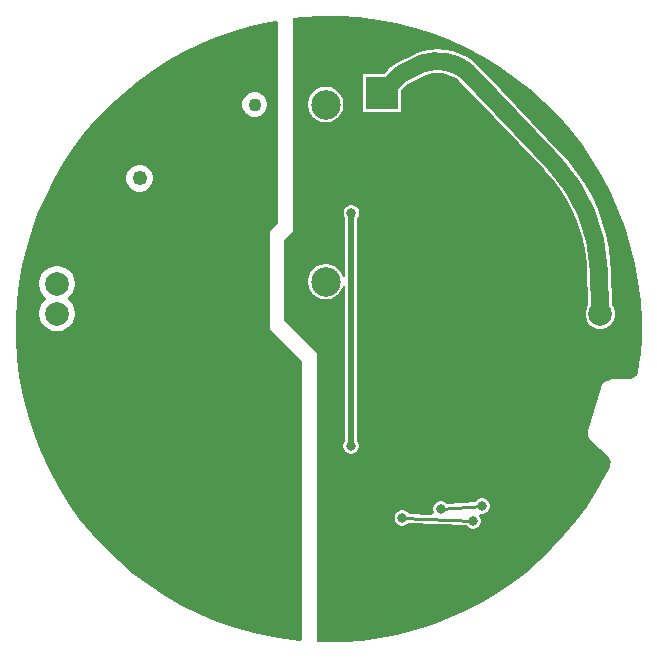
<source format=gbl>
G04*
G04 #@! TF.GenerationSoftware,Altium Limited,Altium Designer,24.6.1 (21)*
G04*
G04 Layer_Physical_Order=2*
G04 Layer_Color=16711680*
%FSLAX44Y44*%
%MOMM*%
G71*
G04*
G04 #@! TF.SameCoordinates,3543CAA1-DD97-48C0-8C70-DC48A9E16949*
G04*
G04*
G04 #@! TF.FilePolarity,Positive*
G04*
G01*
G75*
%ADD14C,0.2500*%
%ADD50C,1.2500*%
%ADD51R,1.2500X1.2500*%
%ADD57C,1.5000*%
%ADD58C,0.5000*%
%ADD59C,2.0000*%
%ADD60C,2.5000*%
%ADD61C,1.1000*%
%ADD62C,5.0000*%
%ADD63R,2.7000X2.7000*%
%ADD64C,2.7000*%
%ADD65C,0.8000*%
G36*
X9815Y264920D02*
X25736Y263860D01*
X41564Y261843D01*
X57242Y258877D01*
X72714Y254973D01*
X87922Y250145D01*
X102812Y244410D01*
X117330Y237789D01*
X131423Y230306D01*
X145039Y221989D01*
X158131Y212867D01*
X170650Y202973D01*
X182550Y192344D01*
X193789Y181018D01*
X204326Y169036D01*
X214123Y156441D01*
X223144Y143280D01*
X231356Y129599D01*
X238729Y115449D01*
X245238Y100880D01*
X250858Y85947D01*
X255569Y70701D01*
X259353Y55201D01*
X262198Y39500D01*
X264093Y23657D01*
X265030Y7728D01*
X265018Y-250D01*
X265018Y-250D01*
X265020Y-7865D01*
X264185Y-22463D01*
X263874Y-24401D01*
X263874Y-24402D01*
X262329Y-35852D01*
X262243Y-36492D01*
X261962Y-37352D01*
X261120Y-38627D01*
X259923Y-40071D01*
X259923D01*
X259923Y-40071D01*
X258082Y-41474D01*
X255059Y-42473D01*
X243462Y-42378D01*
X240058Y-42476D01*
X237812Y-42817D01*
X235750Y-43745D01*
X234064Y-44788D01*
X232652Y-46186D01*
X231438Y-47836D01*
X230527Y-49855D01*
X219609Y-86666D01*
X219489Y-89652D01*
X220233Y-92578D01*
X221838Y-95182D01*
X236592Y-107979D01*
X237556Y-109431D01*
X238280Y-111131D01*
X238682Y-112965D01*
X238470Y-115277D01*
X237915Y-116622D01*
X237915Y-116623D01*
X237234Y-118442D01*
X234166Y-124642D01*
X226639Y-137882D01*
X218364Y-150668D01*
X209368Y-162957D01*
X199681Y-174709D01*
X189335Y-185885D01*
X178364Y-196449D01*
X166805Y-206364D01*
X154695Y-215600D01*
X142074Y-224125D01*
X128985Y-231910D01*
X115470Y-238931D01*
X101574Y-245164D01*
X87343Y-250588D01*
X72824Y-255186D01*
X58065Y-258943D01*
X43114Y-261845D01*
X28021Y-263884D01*
X12836Y-265052D01*
X-2391Y-265347D01*
X-10000Y-265056D01*
X-10000Y-20000D01*
X-37500Y7500D01*
Y75000D01*
X-30000Y82500D01*
Y263250D01*
X-30000Y263250D01*
X-22074Y264159D01*
X-6141Y265020D01*
X9815Y264920D01*
D02*
G37*
G36*
X-42500Y259777D02*
X-42500Y90000D01*
X-50000Y82500D01*
Y0D01*
X-22499Y-27501D01*
Y-262280D01*
X-24499Y-264114D01*
X-30676Y-263580D01*
X-46912Y-261156D01*
X-62966Y-257735D01*
X-78778Y-253327D01*
X-94288Y-247951D01*
X-109436Y-241626D01*
X-124164Y-234377D01*
X-138415Y-226232D01*
X-152136Y-217222D01*
X-165275Y-207382D01*
X-177780Y-196748D01*
X-189603Y-185361D01*
X-200701Y-173266D01*
X-211030Y-160508D01*
X-220550Y-147135D01*
X-229226Y-133201D01*
X-237024Y-118756D01*
X-243915Y-103857D01*
X-249872Y-88561D01*
X-254872Y-72926D01*
X-258896Y-57012D01*
X-261929Y-40880D01*
X-263959Y-24591D01*
X-264979Y-8207D01*
X-264982Y0D01*
X-264966Y7778D01*
X-264024Y23304D01*
X-262174Y38749D01*
X-259423Y54059D01*
X-255780Y69181D01*
X-251257Y84064D01*
X-245870Y98657D01*
X-239638Y112909D01*
X-232581Y126771D01*
X-224724Y140197D01*
X-216095Y153139D01*
X-206723Y165553D01*
X-196639Y177397D01*
X-185879Y188630D01*
X-174479Y199214D01*
X-162479Y209111D01*
X-149920Y218289D01*
X-136845Y226715D01*
X-123298Y234361D01*
X-109327Y241201D01*
X-94980Y247210D01*
X-80305Y252368D01*
X-65353Y256658D01*
X-50175Y260065D01*
X-44024Y261072D01*
X-42500Y259777D01*
D02*
G37*
%LPC*%
G36*
X92148Y236867D02*
X85599Y236438D01*
X79163Y235157D01*
X77851Y234712D01*
X77582Y234677D01*
X77185Y234512D01*
X75423Y233938D01*
X75074Y233832D01*
X74036Y233277D01*
X73617Y233135D01*
X58097Y225476D01*
X57483Y225065D01*
X55230Y223861D01*
X51424Y220737D01*
X51424Y220737D01*
X50034Y219298D01*
X46736Y216000D01*
X29000D01*
Y184000D01*
X61000D01*
Y201736D01*
X65712Y206448D01*
Y206448D01*
X67273Y207509D01*
X82545Y215046D01*
X82754Y215185D01*
X82803Y215192D01*
X83219Y215300D01*
X85117Y215795D01*
X87450Y216355D01*
X92148Y216725D01*
X96846Y216355D01*
X101428Y215255D01*
X105782Y213452D01*
X109346Y211268D01*
X109362Y211191D01*
Y211191D01*
X110775Y209898D01*
X118561Y201716D01*
X182012Y135044D01*
X183378Y133583D01*
X184719Y132119D01*
X188806Y127659D01*
X195635Y118759D01*
X201662Y109298D01*
X206842Y99348D01*
X211135Y88984D01*
X214509Y78285D01*
X216937Y67333D01*
X218401Y56211D01*
X218703Y49280D01*
X218703Y49280D01*
X218703D01*
X218738Y49244D01*
X219714Y19885D01*
X218352Y17525D01*
X217500Y14346D01*
Y11054D01*
X218352Y7875D01*
X219998Y5025D01*
X222325Y2697D01*
X225175Y1052D01*
X228354Y200D01*
X231646D01*
X234825Y1052D01*
X237675Y2697D01*
X240002Y5025D01*
X241648Y7875D01*
X242500Y11054D01*
Y14346D01*
X241648Y17525D01*
X240002Y20375D01*
X239877Y20500D01*
X238900Y49914D01*
X238899Y49916D01*
X238900Y49919D01*
X238899Y49957D01*
X238789Y50616D01*
X238551Y56671D01*
X237178Y68267D01*
X234900Y79719D01*
X231731Y90957D01*
X227690Y101912D01*
X222801Y112516D01*
X217096Y122704D01*
X210609Y132412D01*
X203380Y141582D01*
X198363Y147008D01*
X198006Y147499D01*
X197984Y147523D01*
X197982Y147524D01*
X197981Y147526D01*
X133174Y215623D01*
X133174Y215623D01*
X124723Y224503D01*
X124652Y224561D01*
X124315Y224972D01*
X121006Y227687D01*
X121006Y227687D01*
X120244Y228198D01*
X120103Y228257D01*
X119347Y228734D01*
X117235Y230145D01*
X111349Y233048D01*
X105134Y235157D01*
X98697Y236438D01*
X92148Y236867D01*
D02*
G37*
G36*
X-1023Y205000D02*
X-3977D01*
X-6875Y204424D01*
X-9605Y203293D01*
X-12062Y201651D01*
X-14151Y199562D01*
X-15793Y197105D01*
X-16924Y194375D01*
X-17500Y191477D01*
Y188523D01*
X-16924Y185625D01*
X-15793Y182895D01*
X-14151Y180438D01*
X-12062Y178349D01*
X-9605Y176707D01*
X-6875Y175576D01*
X-3977Y175000D01*
X-1023D01*
X1875Y175576D01*
X4605Y176707D01*
X7062Y178349D01*
X9151Y180438D01*
X10793Y182895D01*
X11924Y185625D01*
X12500Y188523D01*
Y191477D01*
X11924Y194375D01*
X10793Y197105D01*
X9151Y199562D01*
X7062Y201651D01*
X4605Y203293D01*
X1875Y204424D01*
X-1023Y205000D01*
D02*
G37*
G36*
X20106Y104750D02*
X18394D01*
X16741Y104307D01*
X15259Y103451D01*
X14049Y102241D01*
X13193Y100759D01*
X12750Y99106D01*
Y97394D01*
X13193Y95741D01*
X14049Y94259D01*
X14124Y94184D01*
X14146Y93827D01*
X14083Y43771D01*
X12083Y43575D01*
X11924Y44375D01*
X10793Y47105D01*
X9151Y49562D01*
X7062Y51651D01*
X4605Y53293D01*
X1875Y54423D01*
X-1023Y55000D01*
X-3977D01*
X-6875Y54423D01*
X-9605Y53293D01*
X-12062Y51651D01*
X-14151Y49562D01*
X-15793Y47105D01*
X-16924Y44375D01*
X-17500Y41477D01*
Y38523D01*
X-16924Y35625D01*
X-15793Y32895D01*
X-14151Y30438D01*
X-12062Y28349D01*
X-9605Y26707D01*
X-6875Y25577D01*
X-3977Y25000D01*
X-1023D01*
X1875Y25577D01*
X4605Y26707D01*
X7062Y28349D01*
X9151Y30438D01*
X10793Y32895D01*
X11924Y35625D01*
X12074Y36379D01*
X14073Y36181D01*
X13907Y-94890D01*
X13906Y-94901D01*
X13799Y-95009D01*
X12943Y-96491D01*
X12500Y-98144D01*
Y-99856D01*
X12943Y-101509D01*
X13799Y-102991D01*
X15009Y-104201D01*
X16491Y-105057D01*
X18144Y-105500D01*
X19856D01*
X21509Y-105057D01*
X22991Y-104201D01*
X24201Y-102991D01*
X25057Y-101509D01*
X25500Y-99856D01*
Y-98144D01*
X25057Y-96491D01*
X24201Y-95009D01*
X24126Y-94934D01*
X24104Y-94577D01*
X24343Y94140D01*
X24344Y94151D01*
X24451Y94259D01*
X25307Y95741D01*
X25750Y97394D01*
Y99106D01*
X25307Y100759D01*
X24451Y102241D01*
X23241Y103451D01*
X21759Y104307D01*
X20106Y104750D01*
D02*
G37*
G36*
X130856Y-143500D02*
X129144D01*
X127491Y-143943D01*
X126009Y-144799D01*
X124799Y-146009D01*
X124480Y-146561D01*
X100002Y-148310D01*
X98991Y-147299D01*
X97509Y-146443D01*
X95856Y-146000D01*
X94144D01*
X92491Y-146443D01*
X91009Y-147299D01*
X89799Y-148509D01*
X88943Y-149991D01*
X88500Y-151644D01*
Y-153356D01*
X88943Y-155009D01*
X89099Y-155280D01*
X87917Y-157232D01*
X67927Y-156399D01*
X67701Y-156009D01*
X66491Y-154799D01*
X65009Y-153943D01*
X63356Y-153500D01*
X61644D01*
X59991Y-153943D01*
X58509Y-154799D01*
X57299Y-156009D01*
X56443Y-157491D01*
X56000Y-159144D01*
Y-160856D01*
X56443Y-162509D01*
X57299Y-163991D01*
X58509Y-165201D01*
X59991Y-166057D01*
X61644Y-166500D01*
X63356D01*
X65009Y-166057D01*
X66491Y-165201D01*
X67651Y-164041D01*
X117073Y-166101D01*
X117299Y-166491D01*
X118509Y-167701D01*
X119991Y-168557D01*
X121644Y-169000D01*
X123356D01*
X125009Y-168557D01*
X126491Y-167701D01*
X127701Y-166491D01*
X128557Y-165009D01*
X129000Y-163356D01*
Y-161644D01*
X128557Y-159991D01*
X127701Y-158509D01*
X127257Y-158065D01*
X128293Y-156272D01*
X129144Y-156500D01*
X130856D01*
X132509Y-156057D01*
X133991Y-155201D01*
X135201Y-153991D01*
X136057Y-152509D01*
X136500Y-150856D01*
Y-149144D01*
X136057Y-147491D01*
X135201Y-146009D01*
X133991Y-144799D01*
X132509Y-143943D01*
X130856Y-143500D01*
D02*
G37*
%LPD*%
G36*
X22046Y95390D02*
X21989Y95310D01*
X21938Y95189D01*
X21893Y95027D01*
X21854Y94822D01*
X21820Y94577D01*
X21772Y93960D01*
X21743Y92724D01*
X16743Y92731D01*
X16741Y93184D01*
X16638Y94829D01*
X16599Y95033D01*
X16554Y95196D01*
X16503Y95317D01*
X16446Y95397D01*
X22046Y95390D01*
D02*
G37*
G36*
X21507Y-93481D02*
X21509Y-93934D01*
X21612Y-95579D01*
X21651Y-95783D01*
X21696Y-95946D01*
X21747Y-96067D01*
X21804Y-96147D01*
X16204Y-96140D01*
X16261Y-96060D01*
X16312Y-95939D01*
X16357Y-95777D01*
X16396Y-95572D01*
X16430Y-95327D01*
X16478Y-94710D01*
X16507Y-93474D01*
X21507Y-93481D01*
D02*
G37*
%LPC*%
G36*
X-61118Y200500D02*
X-63882D01*
X-66553Y199784D01*
X-68947Y198402D01*
X-70902Y196447D01*
X-72284Y194053D01*
X-73000Y191382D01*
Y188618D01*
X-72284Y185947D01*
X-70902Y183553D01*
X-68947Y181598D01*
X-66553Y180216D01*
X-63882Y179500D01*
X-61118D01*
X-58447Y180216D01*
X-56053Y181598D01*
X-54098Y183553D01*
X-52716Y185947D01*
X-52000Y188618D01*
Y191382D01*
X-52716Y194053D01*
X-54098Y196447D01*
X-56053Y198402D01*
X-58447Y199784D01*
X-61118Y200500D01*
D02*
G37*
G36*
X-158519Y138750D02*
X-161481D01*
X-164342Y137983D01*
X-166908Y136502D01*
X-169002Y134408D01*
X-170483Y131842D01*
X-171250Y128981D01*
Y126019D01*
X-170483Y123158D01*
X-169002Y120592D01*
X-166908Y118498D01*
X-164342Y117017D01*
X-161481Y116250D01*
X-158519D01*
X-155658Y117017D01*
X-153092Y118498D01*
X-150998Y120592D01*
X-149517Y123158D01*
X-148750Y126019D01*
Y128981D01*
X-149517Y131842D01*
X-150998Y134408D01*
X-153092Y136502D01*
X-155658Y137983D01*
X-158519Y138750D01*
D02*
G37*
G36*
X-228523Y53300D02*
X-231477D01*
X-234375Y52723D01*
X-237105Y51593D01*
X-239562Y49951D01*
X-241651Y47862D01*
X-243293Y45405D01*
X-244424Y42675D01*
X-245000Y39777D01*
Y36823D01*
X-244424Y33925D01*
X-243293Y31195D01*
X-241651Y28738D01*
X-239746Y26833D01*
X-239489Y25916D01*
Y25284D01*
X-239746Y24367D01*
X-241651Y22462D01*
X-243293Y20005D01*
X-244424Y17275D01*
X-245000Y14377D01*
Y11423D01*
X-244424Y8525D01*
X-243293Y5795D01*
X-241651Y3338D01*
X-239562Y1249D01*
X-237105Y-393D01*
X-234375Y-1523D01*
X-231477Y-2100D01*
X-228523D01*
X-225625Y-1523D01*
X-222895Y-393D01*
X-220438Y1249D01*
X-218349Y3338D01*
X-216707Y5795D01*
X-215576Y8525D01*
X-215000Y11423D01*
Y14377D01*
X-215576Y17275D01*
X-216707Y20005D01*
X-218349Y22462D01*
X-220254Y24367D01*
X-220511Y25284D01*
Y25916D01*
X-220254Y26833D01*
X-218349Y28738D01*
X-216707Y31195D01*
X-215576Y33925D01*
X-215000Y36823D01*
Y39777D01*
X-215576Y42675D01*
X-216707Y45405D01*
X-218349Y47862D01*
X-220438Y49951D01*
X-222895Y51593D01*
X-225625Y52723D01*
X-228523Y53300D01*
D02*
G37*
%LPD*%
D14*
X95000Y-152500D02*
X130000Y-150000D01*
X62500Y-160000D02*
X122500Y-162500D01*
D50*
X-160000Y127500D02*
D03*
D51*
Y162500D02*
D03*
D57*
X228818Y49616D02*
G03*
X190697Y140548I-138517J-4613D01*
G01*
X62561Y216431D02*
G03*
X58580Y213580I6626J-13457D01*
G01*
X115201Y219463D02*
G03*
X80193Y224934I-23053J-32769D01*
G01*
D02*
G03*
X78081Y224090I4494J-14311D01*
G01*
X117417Y217549D02*
G03*
X115201Y219463I-10866J-10341D01*
G01*
X190675Y140572D02*
X190697Y140548D01*
X228818Y49616D02*
X228819Y49579D01*
X117417Y217549D02*
X125868Y208670D01*
X62561Y216431D02*
X78081Y224090D01*
X125868Y208670D02*
X190675Y140572D01*
X51000Y206000D02*
X58580Y213580D01*
X45000Y200000D02*
X51000Y206000D01*
X228819Y49579D02*
X230000Y14053D01*
X230000Y12700D01*
D58*
X19000Y-99000D02*
X19250Y98250D01*
D59*
X230000Y12700D02*
D03*
Y-12700D02*
D03*
X-230000Y38300D02*
D03*
Y12900D02*
D03*
Y-37900D02*
D03*
Y-12500D02*
D03*
D60*
X-2500Y190000D02*
D03*
Y40000D02*
D03*
D61*
X-62500Y190000D02*
D03*
Y40000D02*
D03*
D62*
X-100000Y-200000D02*
D03*
D63*
X45000Y200000D02*
D03*
D64*
X95000D02*
D03*
D65*
X-48500Y155000D02*
D03*
X-123167Y158833D02*
D03*
X97250Y-108500D02*
D03*
X118250Y-105500D02*
D03*
Y-133250D02*
D03*
X142000Y-192250D02*
D03*
X107750Y-191750D02*
D03*
X98250Y-185750D02*
D03*
X206750Y-138500D02*
D03*
X220000Y-113500D02*
D03*
X-94000Y-107750D02*
D03*
X-235500Y-94750D02*
D03*
X-178000D02*
D03*
X-137250Y-96500D02*
D03*
X-223250Y-57250D02*
D03*
X-54942Y-83005D02*
D03*
X-70000Y-112629D02*
D03*
X-40000Y-175000D02*
D03*
Y-235000D02*
D03*
X-55000Y215000D02*
D03*
Y95000D02*
D03*
X-70000Y65000D02*
D03*
Y5000D02*
D03*
Y-55000D02*
D03*
Y-175000D02*
D03*
X-55000Y-205000D02*
D03*
X-70000Y-235000D02*
D03*
X-100000Y5000D02*
D03*
X-85000Y-25000D02*
D03*
X-100000Y-235000D02*
D03*
X-130000Y125000D02*
D03*
X-115000Y95000D02*
D03*
X-130000Y65000D02*
D03*
Y5000D02*
D03*
Y-175000D02*
D03*
X-160000Y185000D02*
D03*
X-145000Y155000D02*
D03*
Y95000D02*
D03*
X-160000Y65000D02*
D03*
X-145000Y35000D02*
D03*
X-160000Y5000D02*
D03*
X-175000Y155000D02*
D03*
X-190000Y125000D02*
D03*
X-220000D02*
D03*
Y65000D02*
D03*
X-235000Y95000D02*
D03*
X-250000Y5000D02*
D03*
Y-55000D02*
D03*
X245000Y35000D02*
D03*
X215000D02*
D03*
X200000Y5000D02*
D03*
X215000Y-25000D02*
D03*
X170000Y185000D02*
D03*
Y125000D02*
D03*
X185000Y35000D02*
D03*
X170000Y5000D02*
D03*
Y-55000D02*
D03*
X185000Y-85000D02*
D03*
X170000Y-115000D02*
D03*
X155000Y155000D02*
D03*
X140000Y125000D02*
D03*
X155000Y35000D02*
D03*
X140000Y5000D02*
D03*
X155000Y-145000D02*
D03*
X110000Y185000D02*
D03*
X125000Y155000D02*
D03*
X110000Y125000D02*
D03*
X125000Y95000D02*
D03*
X110000Y65000D02*
D03*
X125000Y35000D02*
D03*
X110000Y5000D02*
D03*
Y-55000D02*
D03*
X125000Y-85000D02*
D03*
X110000Y-175000D02*
D03*
X80000Y185000D02*
D03*
X95000Y155000D02*
D03*
Y95000D02*
D03*
Y35000D02*
D03*
X80000Y5000D02*
D03*
Y-235000D02*
D03*
X50000Y245000D02*
D03*
X65000Y35000D02*
D03*
Y-145000D02*
D03*
Y-205000D02*
D03*
X50000Y-235000D02*
D03*
X20000Y245000D02*
D03*
X35000Y35000D02*
D03*
Y-205000D02*
D03*
X20000Y-235000D02*
D03*
X-10000Y245000D02*
D03*
Y125000D02*
D03*
X5000Y95000D02*
D03*
X-10000Y65000D02*
D03*
X5000Y-25000D02*
D03*
Y-85000D02*
D03*
Y-205000D02*
D03*
X95000Y-152500D02*
D03*
X130000Y-150000D02*
D03*
X62500Y-160000D02*
D03*
X122500Y-162500D02*
D03*
X19250Y98250D02*
D03*
X19000Y-99000D02*
D03*
M02*

</source>
